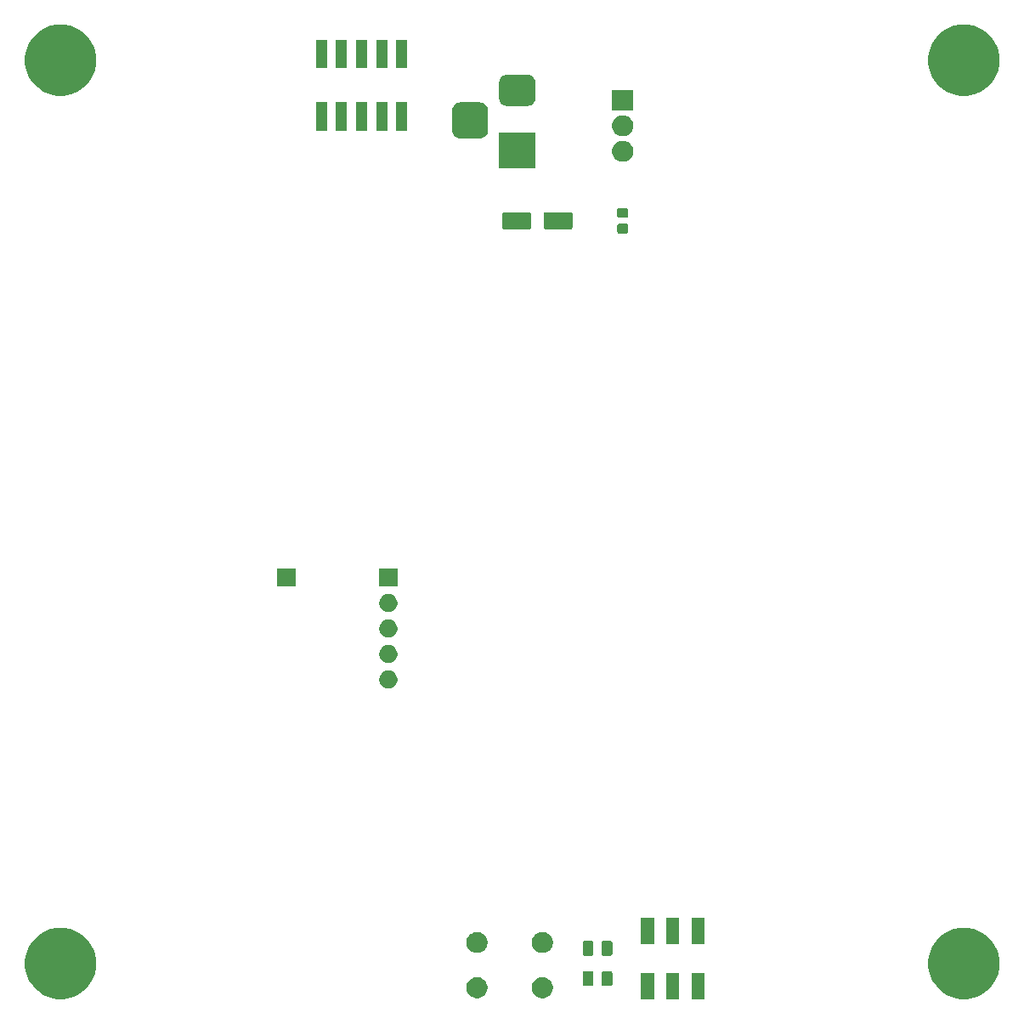
<source format=gbr>
G04 #@! TF.GenerationSoftware,KiCad,Pcbnew,(5.1.6-0-10_14)*
G04 #@! TF.CreationDate,2020-08-08T16:49:36-04:00*
G04 #@! TF.ProjectId,business-card-v4-programmer-board-pcb,62757369-6e65-4737-932d-636172642d76,rev?*
G04 #@! TF.SameCoordinates,Original*
G04 #@! TF.FileFunction,Soldermask,Top*
G04 #@! TF.FilePolarity,Negative*
%FSLAX46Y46*%
G04 Gerber Fmt 4.6, Leading zero omitted, Abs format (unit mm)*
G04 Created by KiCad (PCBNEW (5.1.6-0-10_14)) date 2020-08-08 16:49:36*
%MOMM*%
%LPD*%
G01*
G04 APERTURE LIST*
%ADD10C,0.100000*%
G04 APERTURE END LIST*
D10*
G36*
X193535787Y-151585462D02*
G01*
X193535790Y-151585463D01*
X193535789Y-151585463D01*
X194182029Y-151853144D01*
X194763631Y-152241758D01*
X195258242Y-152736369D01*
X195646856Y-153317971D01*
X195754552Y-153577973D01*
X195914538Y-153964213D01*
X196051000Y-154650256D01*
X196051000Y-155349744D01*
X195914538Y-156035787D01*
X195914537Y-156035789D01*
X195646856Y-156682029D01*
X195258242Y-157263631D01*
X194763631Y-157758242D01*
X194182029Y-158146856D01*
X193994905Y-158224365D01*
X193535787Y-158414538D01*
X192849744Y-158551000D01*
X192150256Y-158551000D01*
X191464213Y-158414538D01*
X191005095Y-158224365D01*
X190817971Y-158146856D01*
X190236369Y-157758242D01*
X189741758Y-157263631D01*
X189353144Y-156682029D01*
X189085463Y-156035789D01*
X189085462Y-156035787D01*
X188949000Y-155349744D01*
X188949000Y-154650256D01*
X189085462Y-153964213D01*
X189245448Y-153577973D01*
X189353144Y-153317971D01*
X189741758Y-152736369D01*
X190236369Y-152241758D01*
X190817971Y-151853144D01*
X191464211Y-151585463D01*
X191464210Y-151585463D01*
X191464213Y-151585462D01*
X192150256Y-151449000D01*
X192849744Y-151449000D01*
X193535787Y-151585462D01*
G37*
G36*
X166651000Y-158551000D02*
G01*
X165349000Y-158551000D01*
X165349000Y-155949000D01*
X166651000Y-155949000D01*
X166651000Y-158551000D01*
G37*
G36*
X164151000Y-158551000D02*
G01*
X162849000Y-158551000D01*
X162849000Y-155949000D01*
X164151000Y-155949000D01*
X164151000Y-158551000D01*
G37*
G36*
X161651000Y-158551000D02*
G01*
X160349000Y-158551000D01*
X160349000Y-155949000D01*
X161651000Y-155949000D01*
X161651000Y-158551000D01*
G37*
G36*
X103535787Y-151585462D02*
G01*
X103535790Y-151585463D01*
X103535789Y-151585463D01*
X104182029Y-151853144D01*
X104763631Y-152241758D01*
X105258242Y-152736369D01*
X105646856Y-153317971D01*
X105754552Y-153577973D01*
X105914538Y-153964213D01*
X106051000Y-154650256D01*
X106051000Y-155349744D01*
X105914538Y-156035787D01*
X105914537Y-156035789D01*
X105646856Y-156682029D01*
X105258242Y-157263631D01*
X104763631Y-157758242D01*
X104182029Y-158146856D01*
X103994905Y-158224365D01*
X103535787Y-158414538D01*
X102849744Y-158551000D01*
X102150256Y-158551000D01*
X101464213Y-158414538D01*
X101005095Y-158224365D01*
X100817971Y-158146856D01*
X100236369Y-157758242D01*
X99741758Y-157263631D01*
X99353144Y-156682029D01*
X99085463Y-156035789D01*
X99085462Y-156035787D01*
X98949000Y-155349744D01*
X98949000Y-154650256D01*
X99085462Y-153964213D01*
X99245448Y-153577973D01*
X99353144Y-153317971D01*
X99741758Y-152736369D01*
X100236369Y-152241758D01*
X100817971Y-151853144D01*
X101464211Y-151585463D01*
X101464210Y-151585463D01*
X101464213Y-151585462D01*
X102150256Y-151449000D01*
X102849744Y-151449000D01*
X103535787Y-151585462D01*
G37*
G36*
X150806564Y-156397389D02*
G01*
X150949232Y-156456484D01*
X150997835Y-156476616D01*
X151041573Y-156505841D01*
X151169973Y-156591635D01*
X151316365Y-156738027D01*
X151431385Y-156910167D01*
X151510611Y-157101436D01*
X151551000Y-157304484D01*
X151551000Y-157511516D01*
X151510611Y-157714564D01*
X151431385Y-157905833D01*
X151431384Y-157905835D01*
X151316365Y-158077973D01*
X151169973Y-158224365D01*
X150997835Y-158339384D01*
X150997834Y-158339385D01*
X150997833Y-158339385D01*
X150806564Y-158418611D01*
X150603516Y-158459000D01*
X150396484Y-158459000D01*
X150193436Y-158418611D01*
X150002167Y-158339385D01*
X150002166Y-158339385D01*
X150002165Y-158339384D01*
X149830027Y-158224365D01*
X149683635Y-158077973D01*
X149568616Y-157905835D01*
X149568615Y-157905833D01*
X149489389Y-157714564D01*
X149449000Y-157511516D01*
X149449000Y-157304484D01*
X149489389Y-157101436D01*
X149568615Y-156910167D01*
X149683635Y-156738027D01*
X149830027Y-156591635D01*
X149958427Y-156505841D01*
X150002165Y-156476616D01*
X150050768Y-156456484D01*
X150193436Y-156397389D01*
X150396484Y-156357000D01*
X150603516Y-156357000D01*
X150806564Y-156397389D01*
G37*
G36*
X144306564Y-156397389D02*
G01*
X144449232Y-156456484D01*
X144497835Y-156476616D01*
X144541573Y-156505841D01*
X144669973Y-156591635D01*
X144816365Y-156738027D01*
X144931385Y-156910167D01*
X145010611Y-157101436D01*
X145051000Y-157304484D01*
X145051000Y-157511516D01*
X145010611Y-157714564D01*
X144931385Y-157905833D01*
X144931384Y-157905835D01*
X144816365Y-158077973D01*
X144669973Y-158224365D01*
X144497835Y-158339384D01*
X144497834Y-158339385D01*
X144497833Y-158339385D01*
X144306564Y-158418611D01*
X144103516Y-158459000D01*
X143896484Y-158459000D01*
X143693436Y-158418611D01*
X143502167Y-158339385D01*
X143502166Y-158339385D01*
X143502165Y-158339384D01*
X143330027Y-158224365D01*
X143183635Y-158077973D01*
X143068616Y-157905835D01*
X143068615Y-157905833D01*
X142989389Y-157714564D01*
X142949000Y-157511516D01*
X142949000Y-157304484D01*
X142989389Y-157101436D01*
X143068615Y-156910167D01*
X143183635Y-156738027D01*
X143330027Y-156591635D01*
X143458427Y-156505841D01*
X143502165Y-156476616D01*
X143550768Y-156456484D01*
X143693436Y-156397389D01*
X143896484Y-156357000D01*
X144103516Y-156357000D01*
X144306564Y-156397389D01*
G37*
G36*
X157309468Y-155753565D02*
G01*
X157348138Y-155765296D01*
X157383777Y-155784346D01*
X157415017Y-155809983D01*
X157440654Y-155841223D01*
X157459704Y-155876862D01*
X157471435Y-155915532D01*
X157476000Y-155961888D01*
X157476000Y-157038112D01*
X157471435Y-157084468D01*
X157459704Y-157123138D01*
X157440654Y-157158777D01*
X157415017Y-157190017D01*
X157383777Y-157215654D01*
X157348138Y-157234704D01*
X157309468Y-157246435D01*
X157263112Y-157251000D01*
X156611888Y-157251000D01*
X156565532Y-157246435D01*
X156526862Y-157234704D01*
X156491223Y-157215654D01*
X156459983Y-157190017D01*
X156434346Y-157158777D01*
X156415296Y-157123138D01*
X156403565Y-157084468D01*
X156399000Y-157038112D01*
X156399000Y-155961888D01*
X156403565Y-155915532D01*
X156415296Y-155876862D01*
X156434346Y-155841223D01*
X156459983Y-155809983D01*
X156491223Y-155784346D01*
X156526862Y-155765296D01*
X156565532Y-155753565D01*
X156611888Y-155749000D01*
X157263112Y-155749000D01*
X157309468Y-155753565D01*
G37*
G36*
X155434468Y-155753565D02*
G01*
X155473138Y-155765296D01*
X155508777Y-155784346D01*
X155540017Y-155809983D01*
X155565654Y-155841223D01*
X155584704Y-155876862D01*
X155596435Y-155915532D01*
X155601000Y-155961888D01*
X155601000Y-157038112D01*
X155596435Y-157084468D01*
X155584704Y-157123138D01*
X155565654Y-157158777D01*
X155540017Y-157190017D01*
X155508777Y-157215654D01*
X155473138Y-157234704D01*
X155434468Y-157246435D01*
X155388112Y-157251000D01*
X154736888Y-157251000D01*
X154690532Y-157246435D01*
X154651862Y-157234704D01*
X154616223Y-157215654D01*
X154584983Y-157190017D01*
X154559346Y-157158777D01*
X154540296Y-157123138D01*
X154528565Y-157084468D01*
X154524000Y-157038112D01*
X154524000Y-155961888D01*
X154528565Y-155915532D01*
X154540296Y-155876862D01*
X154559346Y-155841223D01*
X154584983Y-155809983D01*
X154616223Y-155784346D01*
X154651862Y-155765296D01*
X154690532Y-155753565D01*
X154736888Y-155749000D01*
X155388112Y-155749000D01*
X155434468Y-155753565D01*
G37*
G36*
X155434468Y-152753565D02*
G01*
X155473138Y-152765296D01*
X155508777Y-152784346D01*
X155540017Y-152809983D01*
X155565654Y-152841223D01*
X155584704Y-152876862D01*
X155596435Y-152915532D01*
X155601000Y-152961888D01*
X155601000Y-154038112D01*
X155596435Y-154084468D01*
X155584704Y-154123138D01*
X155565654Y-154158777D01*
X155540017Y-154190017D01*
X155508777Y-154215654D01*
X155473138Y-154234704D01*
X155434468Y-154246435D01*
X155388112Y-154251000D01*
X154736888Y-154251000D01*
X154690532Y-154246435D01*
X154651862Y-154234704D01*
X154616223Y-154215654D01*
X154584983Y-154190017D01*
X154559346Y-154158777D01*
X154540296Y-154123138D01*
X154528565Y-154084468D01*
X154524000Y-154038112D01*
X154524000Y-152961888D01*
X154528565Y-152915532D01*
X154540296Y-152876862D01*
X154559346Y-152841223D01*
X154584983Y-152809983D01*
X154616223Y-152784346D01*
X154651862Y-152765296D01*
X154690532Y-152753565D01*
X154736888Y-152749000D01*
X155388112Y-152749000D01*
X155434468Y-152753565D01*
G37*
G36*
X157309468Y-152753565D02*
G01*
X157348138Y-152765296D01*
X157383777Y-152784346D01*
X157415017Y-152809983D01*
X157440654Y-152841223D01*
X157459704Y-152876862D01*
X157471435Y-152915532D01*
X157476000Y-152961888D01*
X157476000Y-154038112D01*
X157471435Y-154084468D01*
X157459704Y-154123138D01*
X157440654Y-154158777D01*
X157415017Y-154190017D01*
X157383777Y-154215654D01*
X157348138Y-154234704D01*
X157309468Y-154246435D01*
X157263112Y-154251000D01*
X156611888Y-154251000D01*
X156565532Y-154246435D01*
X156526862Y-154234704D01*
X156491223Y-154215654D01*
X156459983Y-154190017D01*
X156434346Y-154158777D01*
X156415296Y-154123138D01*
X156403565Y-154084468D01*
X156399000Y-154038112D01*
X156399000Y-152961888D01*
X156403565Y-152915532D01*
X156415296Y-152876862D01*
X156434346Y-152841223D01*
X156459983Y-152809983D01*
X156491223Y-152784346D01*
X156526862Y-152765296D01*
X156565532Y-152753565D01*
X156611888Y-152749000D01*
X157263112Y-152749000D01*
X157309468Y-152753565D01*
G37*
G36*
X150806564Y-151897389D02*
G01*
X150994728Y-151975329D01*
X150997835Y-151976616D01*
X151069777Y-152024686D01*
X151169973Y-152091635D01*
X151316365Y-152238027D01*
X151431385Y-152410167D01*
X151510611Y-152601436D01*
X151551000Y-152804484D01*
X151551000Y-153011516D01*
X151510611Y-153214564D01*
X151467778Y-153317972D01*
X151431384Y-153405835D01*
X151316365Y-153577973D01*
X151169973Y-153724365D01*
X150997835Y-153839384D01*
X150997834Y-153839385D01*
X150997833Y-153839385D01*
X150806564Y-153918611D01*
X150603516Y-153959000D01*
X150396484Y-153959000D01*
X150193436Y-153918611D01*
X150002167Y-153839385D01*
X150002166Y-153839385D01*
X150002165Y-153839384D01*
X149830027Y-153724365D01*
X149683635Y-153577973D01*
X149568616Y-153405835D01*
X149532222Y-153317972D01*
X149489389Y-153214564D01*
X149449000Y-153011516D01*
X149449000Y-152804484D01*
X149489389Y-152601436D01*
X149568615Y-152410167D01*
X149683635Y-152238027D01*
X149830027Y-152091635D01*
X149930223Y-152024686D01*
X150002165Y-151976616D01*
X150005272Y-151975329D01*
X150193436Y-151897389D01*
X150396484Y-151857000D01*
X150603516Y-151857000D01*
X150806564Y-151897389D01*
G37*
G36*
X144306564Y-151897389D02*
G01*
X144494728Y-151975329D01*
X144497835Y-151976616D01*
X144569777Y-152024686D01*
X144669973Y-152091635D01*
X144816365Y-152238027D01*
X144931385Y-152410167D01*
X145010611Y-152601436D01*
X145051000Y-152804484D01*
X145051000Y-153011516D01*
X145010611Y-153214564D01*
X144967778Y-153317972D01*
X144931384Y-153405835D01*
X144816365Y-153577973D01*
X144669973Y-153724365D01*
X144497835Y-153839384D01*
X144497834Y-153839385D01*
X144497833Y-153839385D01*
X144306564Y-153918611D01*
X144103516Y-153959000D01*
X143896484Y-153959000D01*
X143693436Y-153918611D01*
X143502167Y-153839385D01*
X143502166Y-153839385D01*
X143502165Y-153839384D01*
X143330027Y-153724365D01*
X143183635Y-153577973D01*
X143068616Y-153405835D01*
X143032222Y-153317972D01*
X142989389Y-153214564D01*
X142949000Y-153011516D01*
X142949000Y-152804484D01*
X142989389Y-152601436D01*
X143068615Y-152410167D01*
X143183635Y-152238027D01*
X143330027Y-152091635D01*
X143430223Y-152024686D01*
X143502165Y-151976616D01*
X143505272Y-151975329D01*
X143693436Y-151897389D01*
X143896484Y-151857000D01*
X144103516Y-151857000D01*
X144306564Y-151897389D01*
G37*
G36*
X164151000Y-153051000D02*
G01*
X162849000Y-153051000D01*
X162849000Y-150449000D01*
X164151000Y-150449000D01*
X164151000Y-153051000D01*
G37*
G36*
X161651000Y-153051000D02*
G01*
X160349000Y-153051000D01*
X160349000Y-150449000D01*
X161651000Y-150449000D01*
X161651000Y-153051000D01*
G37*
G36*
X166651000Y-153051000D02*
G01*
X165349000Y-153051000D01*
X165349000Y-150449000D01*
X166651000Y-150449000D01*
X166651000Y-153051000D01*
G37*
G36*
X135263512Y-125813927D02*
G01*
X135412812Y-125843624D01*
X135576784Y-125911544D01*
X135724354Y-126010147D01*
X135849853Y-126135646D01*
X135948456Y-126283216D01*
X136016376Y-126447188D01*
X136051000Y-126621259D01*
X136051000Y-126798741D01*
X136016376Y-126972812D01*
X135948456Y-127136784D01*
X135849853Y-127284354D01*
X135724354Y-127409853D01*
X135576784Y-127508456D01*
X135412812Y-127576376D01*
X135263512Y-127606073D01*
X135238742Y-127611000D01*
X135061258Y-127611000D01*
X135036488Y-127606073D01*
X134887188Y-127576376D01*
X134723216Y-127508456D01*
X134575646Y-127409853D01*
X134450147Y-127284354D01*
X134351544Y-127136784D01*
X134283624Y-126972812D01*
X134249000Y-126798741D01*
X134249000Y-126621259D01*
X134283624Y-126447188D01*
X134351544Y-126283216D01*
X134450147Y-126135646D01*
X134575646Y-126010147D01*
X134723216Y-125911544D01*
X134887188Y-125843624D01*
X135036488Y-125813927D01*
X135061258Y-125809000D01*
X135238742Y-125809000D01*
X135263512Y-125813927D01*
G37*
G36*
X135263512Y-123273927D02*
G01*
X135412812Y-123303624D01*
X135576784Y-123371544D01*
X135724354Y-123470147D01*
X135849853Y-123595646D01*
X135948456Y-123743216D01*
X136016376Y-123907188D01*
X136051000Y-124081259D01*
X136051000Y-124258741D01*
X136016376Y-124432812D01*
X135948456Y-124596784D01*
X135849853Y-124744354D01*
X135724354Y-124869853D01*
X135576784Y-124968456D01*
X135412812Y-125036376D01*
X135263512Y-125066073D01*
X135238742Y-125071000D01*
X135061258Y-125071000D01*
X135036488Y-125066073D01*
X134887188Y-125036376D01*
X134723216Y-124968456D01*
X134575646Y-124869853D01*
X134450147Y-124744354D01*
X134351544Y-124596784D01*
X134283624Y-124432812D01*
X134249000Y-124258741D01*
X134249000Y-124081259D01*
X134283624Y-123907188D01*
X134351544Y-123743216D01*
X134450147Y-123595646D01*
X134575646Y-123470147D01*
X134723216Y-123371544D01*
X134887188Y-123303624D01*
X135036488Y-123273927D01*
X135061258Y-123269000D01*
X135238742Y-123269000D01*
X135263512Y-123273927D01*
G37*
G36*
X135263512Y-120733927D02*
G01*
X135412812Y-120763624D01*
X135576784Y-120831544D01*
X135724354Y-120930147D01*
X135849853Y-121055646D01*
X135948456Y-121203216D01*
X136016376Y-121367188D01*
X136051000Y-121541259D01*
X136051000Y-121718741D01*
X136016376Y-121892812D01*
X135948456Y-122056784D01*
X135849853Y-122204354D01*
X135724354Y-122329853D01*
X135576784Y-122428456D01*
X135412812Y-122496376D01*
X135263512Y-122526073D01*
X135238742Y-122531000D01*
X135061258Y-122531000D01*
X135036488Y-122526073D01*
X134887188Y-122496376D01*
X134723216Y-122428456D01*
X134575646Y-122329853D01*
X134450147Y-122204354D01*
X134351544Y-122056784D01*
X134283624Y-121892812D01*
X134249000Y-121718741D01*
X134249000Y-121541259D01*
X134283624Y-121367188D01*
X134351544Y-121203216D01*
X134450147Y-121055646D01*
X134575646Y-120930147D01*
X134723216Y-120831544D01*
X134887188Y-120763624D01*
X135036488Y-120733927D01*
X135061258Y-120729000D01*
X135238742Y-120729000D01*
X135263512Y-120733927D01*
G37*
G36*
X135263512Y-118193927D02*
G01*
X135412812Y-118223624D01*
X135576784Y-118291544D01*
X135724354Y-118390147D01*
X135849853Y-118515646D01*
X135948456Y-118663216D01*
X136016376Y-118827188D01*
X136051000Y-119001259D01*
X136051000Y-119178741D01*
X136016376Y-119352812D01*
X135948456Y-119516784D01*
X135849853Y-119664354D01*
X135724354Y-119789853D01*
X135576784Y-119888456D01*
X135412812Y-119956376D01*
X135263512Y-119986073D01*
X135238742Y-119991000D01*
X135061258Y-119991000D01*
X135036488Y-119986073D01*
X134887188Y-119956376D01*
X134723216Y-119888456D01*
X134575646Y-119789853D01*
X134450147Y-119664354D01*
X134351544Y-119516784D01*
X134283624Y-119352812D01*
X134249000Y-119178741D01*
X134249000Y-119001259D01*
X134283624Y-118827188D01*
X134351544Y-118663216D01*
X134450147Y-118515646D01*
X134575646Y-118390147D01*
X134723216Y-118291544D01*
X134887188Y-118223624D01*
X135036488Y-118193927D01*
X135061258Y-118189000D01*
X135238742Y-118189000D01*
X135263512Y-118193927D01*
G37*
G36*
X125891000Y-117451000D02*
G01*
X124089000Y-117451000D01*
X124089000Y-115649000D01*
X125891000Y-115649000D01*
X125891000Y-117451000D01*
G37*
G36*
X136051000Y-117451000D02*
G01*
X134249000Y-117451000D01*
X134249000Y-115649000D01*
X136051000Y-115649000D01*
X136051000Y-117451000D01*
G37*
G36*
X158879591Y-81303085D02*
G01*
X158913569Y-81313393D01*
X158944890Y-81330134D01*
X158972339Y-81352661D01*
X158994866Y-81380110D01*
X159011607Y-81411431D01*
X159021915Y-81445409D01*
X159026000Y-81486890D01*
X159026000Y-82088110D01*
X159021915Y-82129591D01*
X159011607Y-82163569D01*
X158994866Y-82194890D01*
X158972339Y-82222339D01*
X158944890Y-82244866D01*
X158913569Y-82261607D01*
X158879591Y-82271915D01*
X158838110Y-82276000D01*
X158161890Y-82276000D01*
X158120409Y-82271915D01*
X158086431Y-82261607D01*
X158055110Y-82244866D01*
X158027661Y-82222339D01*
X158005134Y-82194890D01*
X157988393Y-82163569D01*
X157978085Y-82129591D01*
X157974000Y-82088110D01*
X157974000Y-81486890D01*
X157978085Y-81445409D01*
X157988393Y-81411431D01*
X158005134Y-81380110D01*
X158027661Y-81352661D01*
X158055110Y-81330134D01*
X158086431Y-81313393D01*
X158120409Y-81303085D01*
X158161890Y-81299000D01*
X158838110Y-81299000D01*
X158879591Y-81303085D01*
G37*
G36*
X149230997Y-80153051D02*
G01*
X149264652Y-80163261D01*
X149295665Y-80179838D01*
X149322851Y-80202149D01*
X149345162Y-80229335D01*
X149361739Y-80260348D01*
X149371949Y-80294003D01*
X149376000Y-80335138D01*
X149376000Y-81664862D01*
X149371949Y-81705997D01*
X149361739Y-81739652D01*
X149345162Y-81770665D01*
X149322851Y-81797851D01*
X149295665Y-81820162D01*
X149264652Y-81836739D01*
X149230997Y-81846949D01*
X149189862Y-81851000D01*
X146685138Y-81851000D01*
X146644003Y-81846949D01*
X146610348Y-81836739D01*
X146579335Y-81820162D01*
X146552149Y-81797851D01*
X146529838Y-81770665D01*
X146513261Y-81739652D01*
X146503051Y-81705997D01*
X146499000Y-81664862D01*
X146499000Y-80335138D01*
X146503051Y-80294003D01*
X146513261Y-80260348D01*
X146529838Y-80229335D01*
X146552149Y-80202149D01*
X146579335Y-80179838D01*
X146610348Y-80163261D01*
X146644003Y-80153051D01*
X146685138Y-80149000D01*
X149189862Y-80149000D01*
X149230997Y-80153051D01*
G37*
G36*
X153355997Y-80153051D02*
G01*
X153389652Y-80163261D01*
X153420665Y-80179838D01*
X153447851Y-80202149D01*
X153470162Y-80229335D01*
X153486739Y-80260348D01*
X153496949Y-80294003D01*
X153501000Y-80335138D01*
X153501000Y-81664862D01*
X153496949Y-81705997D01*
X153486739Y-81739652D01*
X153470162Y-81770665D01*
X153447851Y-81797851D01*
X153420665Y-81820162D01*
X153389652Y-81836739D01*
X153355997Y-81846949D01*
X153314862Y-81851000D01*
X150810138Y-81851000D01*
X150769003Y-81846949D01*
X150735348Y-81836739D01*
X150704335Y-81820162D01*
X150677149Y-81797851D01*
X150654838Y-81770665D01*
X150638261Y-81739652D01*
X150628051Y-81705997D01*
X150624000Y-81664862D01*
X150624000Y-80335138D01*
X150628051Y-80294003D01*
X150638261Y-80260348D01*
X150654838Y-80229335D01*
X150677149Y-80202149D01*
X150704335Y-80179838D01*
X150735348Y-80163261D01*
X150769003Y-80153051D01*
X150810138Y-80149000D01*
X153314862Y-80149000D01*
X153355997Y-80153051D01*
G37*
G36*
X158879591Y-79728085D02*
G01*
X158913569Y-79738393D01*
X158944890Y-79755134D01*
X158972339Y-79777661D01*
X158994866Y-79805110D01*
X159011607Y-79836431D01*
X159021915Y-79870409D01*
X159026000Y-79911890D01*
X159026000Y-80513110D01*
X159021915Y-80554591D01*
X159011607Y-80588569D01*
X158994866Y-80619890D01*
X158972339Y-80647339D01*
X158944890Y-80669866D01*
X158913569Y-80686607D01*
X158879591Y-80696915D01*
X158838110Y-80701000D01*
X158161890Y-80701000D01*
X158120409Y-80696915D01*
X158086431Y-80686607D01*
X158055110Y-80669866D01*
X158027661Y-80647339D01*
X158005134Y-80619890D01*
X157988393Y-80588569D01*
X157978085Y-80554591D01*
X157974000Y-80513110D01*
X157974000Y-79911890D01*
X157978085Y-79870409D01*
X157988393Y-79836431D01*
X158005134Y-79805110D01*
X158027661Y-79777661D01*
X158055110Y-79755134D01*
X158086431Y-79738393D01*
X158120409Y-79728085D01*
X158161890Y-79724000D01*
X158838110Y-79724000D01*
X158879591Y-79728085D01*
G37*
G36*
X149801000Y-75801000D02*
G01*
X146199000Y-75801000D01*
X146199000Y-72199000D01*
X149801000Y-72199000D01*
X149801000Y-75801000D01*
G37*
G36*
X158806564Y-73069389D02*
G01*
X158997833Y-73148615D01*
X158997835Y-73148616D01*
X159169973Y-73263635D01*
X159316365Y-73410027D01*
X159431385Y-73582167D01*
X159510611Y-73773436D01*
X159551000Y-73976484D01*
X159551000Y-74183516D01*
X159510611Y-74386564D01*
X159431385Y-74577833D01*
X159431384Y-74577835D01*
X159316365Y-74749973D01*
X159169973Y-74896365D01*
X158997835Y-75011384D01*
X158997834Y-75011385D01*
X158997833Y-75011385D01*
X158806564Y-75090611D01*
X158603516Y-75131000D01*
X158396484Y-75131000D01*
X158193436Y-75090611D01*
X158002167Y-75011385D01*
X158002166Y-75011385D01*
X158002165Y-75011384D01*
X157830027Y-74896365D01*
X157683635Y-74749973D01*
X157568616Y-74577835D01*
X157568615Y-74577833D01*
X157489389Y-74386564D01*
X157449000Y-74183516D01*
X157449000Y-73976484D01*
X157489389Y-73773436D01*
X157568615Y-73582167D01*
X157683635Y-73410027D01*
X157830027Y-73263635D01*
X158002165Y-73148616D01*
X158002167Y-73148615D01*
X158193436Y-73069389D01*
X158396484Y-73029000D01*
X158603516Y-73029000D01*
X158806564Y-73069389D01*
G37*
G36*
X144426366Y-69215695D02*
G01*
X144583460Y-69263349D01*
X144728231Y-69340731D01*
X144855128Y-69444872D01*
X144959269Y-69571769D01*
X145036651Y-69716540D01*
X145084305Y-69873634D01*
X145101000Y-70043140D01*
X145101000Y-71956860D01*
X145084305Y-72126366D01*
X145036651Y-72283460D01*
X144959269Y-72428231D01*
X144855128Y-72555128D01*
X144728231Y-72659269D01*
X144583460Y-72736651D01*
X144426366Y-72784305D01*
X144256860Y-72801000D01*
X142343140Y-72801000D01*
X142173634Y-72784305D01*
X142016540Y-72736651D01*
X141871769Y-72659269D01*
X141744872Y-72555128D01*
X141640731Y-72428231D01*
X141563349Y-72283460D01*
X141515695Y-72126366D01*
X141499000Y-71956860D01*
X141499000Y-70043140D01*
X141515695Y-69873634D01*
X141563349Y-69716540D01*
X141640731Y-69571769D01*
X141744872Y-69444872D01*
X141871769Y-69340731D01*
X142016540Y-69263349D01*
X142173634Y-69215695D01*
X142343140Y-69199000D01*
X144256860Y-69199000D01*
X144426366Y-69215695D01*
G37*
G36*
X158806564Y-70529389D02*
G01*
X158997833Y-70608615D01*
X158997835Y-70608616D01*
X159169973Y-70723635D01*
X159316365Y-70870027D01*
X159431385Y-71042167D01*
X159510611Y-71233436D01*
X159551000Y-71436484D01*
X159551000Y-71643516D01*
X159510611Y-71846564D01*
X159488270Y-71900500D01*
X159431384Y-72037835D01*
X159316365Y-72209973D01*
X159169973Y-72356365D01*
X158997835Y-72471384D01*
X158997834Y-72471385D01*
X158997833Y-72471385D01*
X158806564Y-72550611D01*
X158603516Y-72591000D01*
X158396484Y-72591000D01*
X158193436Y-72550611D01*
X158002167Y-72471385D01*
X158002166Y-72471385D01*
X158002165Y-72471384D01*
X157830027Y-72356365D01*
X157683635Y-72209973D01*
X157568616Y-72037835D01*
X157511730Y-71900500D01*
X157489389Y-71846564D01*
X157449000Y-71643516D01*
X157449000Y-71436484D01*
X157489389Y-71233436D01*
X157568615Y-71042167D01*
X157683635Y-70870027D01*
X157830027Y-70723635D01*
X158002165Y-70608616D01*
X158002167Y-70608615D01*
X158193436Y-70529389D01*
X158396484Y-70489000D01*
X158603516Y-70489000D01*
X158806564Y-70529389D01*
G37*
G36*
X137051000Y-72051000D02*
G01*
X135949000Y-72051000D01*
X135949000Y-69199000D01*
X137051000Y-69199000D01*
X137051000Y-72051000D01*
G37*
G36*
X135051000Y-72051000D02*
G01*
X133949000Y-72051000D01*
X133949000Y-69199000D01*
X135051000Y-69199000D01*
X135051000Y-72051000D01*
G37*
G36*
X133051000Y-72051000D02*
G01*
X131949000Y-72051000D01*
X131949000Y-69199000D01*
X133051000Y-69199000D01*
X133051000Y-72051000D01*
G37*
G36*
X131051000Y-72051000D02*
G01*
X129949000Y-72051000D01*
X129949000Y-69199000D01*
X131051000Y-69199000D01*
X131051000Y-72051000D01*
G37*
G36*
X129051000Y-72051000D02*
G01*
X127949000Y-72051000D01*
X127949000Y-69199000D01*
X129051000Y-69199000D01*
X129051000Y-72051000D01*
G37*
G36*
X159551000Y-70051000D02*
G01*
X157449000Y-70051000D01*
X157449000Y-67949000D01*
X159551000Y-67949000D01*
X159551000Y-70051000D01*
G37*
G36*
X149226979Y-66463293D02*
G01*
X149360625Y-66503834D01*
X149483784Y-66569664D01*
X149591740Y-66658260D01*
X149680336Y-66766216D01*
X149746166Y-66889375D01*
X149786707Y-67023021D01*
X149801000Y-67168140D01*
X149801000Y-68831860D01*
X149786707Y-68976979D01*
X149746166Y-69110625D01*
X149680336Y-69233784D01*
X149591740Y-69341740D01*
X149483784Y-69430336D01*
X149360625Y-69496166D01*
X149226979Y-69536707D01*
X149081860Y-69551000D01*
X146918140Y-69551000D01*
X146773021Y-69536707D01*
X146639375Y-69496166D01*
X146516216Y-69430336D01*
X146408260Y-69341740D01*
X146319664Y-69233784D01*
X146253834Y-69110625D01*
X146213293Y-68976979D01*
X146199000Y-68831860D01*
X146199000Y-67168140D01*
X146213293Y-67023021D01*
X146253834Y-66889375D01*
X146319664Y-66766216D01*
X146408260Y-66658260D01*
X146516216Y-66569664D01*
X146639375Y-66503834D01*
X146773021Y-66463293D01*
X146918140Y-66449000D01*
X149081860Y-66449000D01*
X149226979Y-66463293D01*
G37*
G36*
X193535787Y-61585462D02*
G01*
X193535790Y-61585463D01*
X193535789Y-61585463D01*
X194182029Y-61853144D01*
X194763631Y-62241758D01*
X195258242Y-62736369D01*
X195646856Y-63317971D01*
X195761541Y-63594845D01*
X195914538Y-63964213D01*
X196051000Y-64650256D01*
X196051000Y-65349744D01*
X195914538Y-66035787D01*
X195914537Y-66035789D01*
X195646856Y-66682029D01*
X195258242Y-67263631D01*
X194763631Y-67758242D01*
X194182029Y-68146856D01*
X193725068Y-68336135D01*
X193535787Y-68414538D01*
X192849744Y-68551000D01*
X192150256Y-68551000D01*
X191464213Y-68414538D01*
X191274932Y-68336135D01*
X190817971Y-68146856D01*
X190236369Y-67758242D01*
X189741758Y-67263631D01*
X189353144Y-66682029D01*
X189085463Y-66035789D01*
X189085462Y-66035787D01*
X188949000Y-65349744D01*
X188949000Y-64650256D01*
X189085462Y-63964213D01*
X189238459Y-63594845D01*
X189353144Y-63317971D01*
X189741758Y-62736369D01*
X190236369Y-62241758D01*
X190817971Y-61853144D01*
X191464211Y-61585463D01*
X191464210Y-61585463D01*
X191464213Y-61585462D01*
X192150256Y-61449000D01*
X192849744Y-61449000D01*
X193535787Y-61585462D01*
G37*
G36*
X103535787Y-61585462D02*
G01*
X103535790Y-61585463D01*
X103535789Y-61585463D01*
X104182029Y-61853144D01*
X104763631Y-62241758D01*
X105258242Y-62736369D01*
X105646856Y-63317971D01*
X105761541Y-63594845D01*
X105914538Y-63964213D01*
X106051000Y-64650256D01*
X106051000Y-65349744D01*
X105914538Y-66035787D01*
X105914537Y-66035789D01*
X105646856Y-66682029D01*
X105258242Y-67263631D01*
X104763631Y-67758242D01*
X104182029Y-68146856D01*
X103725068Y-68336135D01*
X103535787Y-68414538D01*
X102849744Y-68551000D01*
X102150256Y-68551000D01*
X101464213Y-68414538D01*
X101274932Y-68336135D01*
X100817971Y-68146856D01*
X100236369Y-67758242D01*
X99741758Y-67263631D01*
X99353144Y-66682029D01*
X99085463Y-66035789D01*
X99085462Y-66035787D01*
X98949000Y-65349744D01*
X98949000Y-64650256D01*
X99085462Y-63964213D01*
X99238459Y-63594845D01*
X99353144Y-63317971D01*
X99741758Y-62736369D01*
X100236369Y-62241758D01*
X100817971Y-61853144D01*
X101464211Y-61585463D01*
X101464210Y-61585463D01*
X101464213Y-61585462D01*
X102150256Y-61449000D01*
X102849744Y-61449000D01*
X103535787Y-61585462D01*
G37*
G36*
X129051000Y-65801000D02*
G01*
X127949000Y-65801000D01*
X127949000Y-62949000D01*
X129051000Y-62949000D01*
X129051000Y-65801000D01*
G37*
G36*
X133051000Y-65801000D02*
G01*
X131949000Y-65801000D01*
X131949000Y-62949000D01*
X133051000Y-62949000D01*
X133051000Y-65801000D01*
G37*
G36*
X135051000Y-65801000D02*
G01*
X133949000Y-65801000D01*
X133949000Y-62949000D01*
X135051000Y-62949000D01*
X135051000Y-65801000D01*
G37*
G36*
X137051000Y-65801000D02*
G01*
X135949000Y-65801000D01*
X135949000Y-62949000D01*
X137051000Y-62949000D01*
X137051000Y-65801000D01*
G37*
G36*
X131051000Y-65801000D02*
G01*
X129949000Y-65801000D01*
X129949000Y-62949000D01*
X131051000Y-62949000D01*
X131051000Y-65801000D01*
G37*
M02*

</source>
